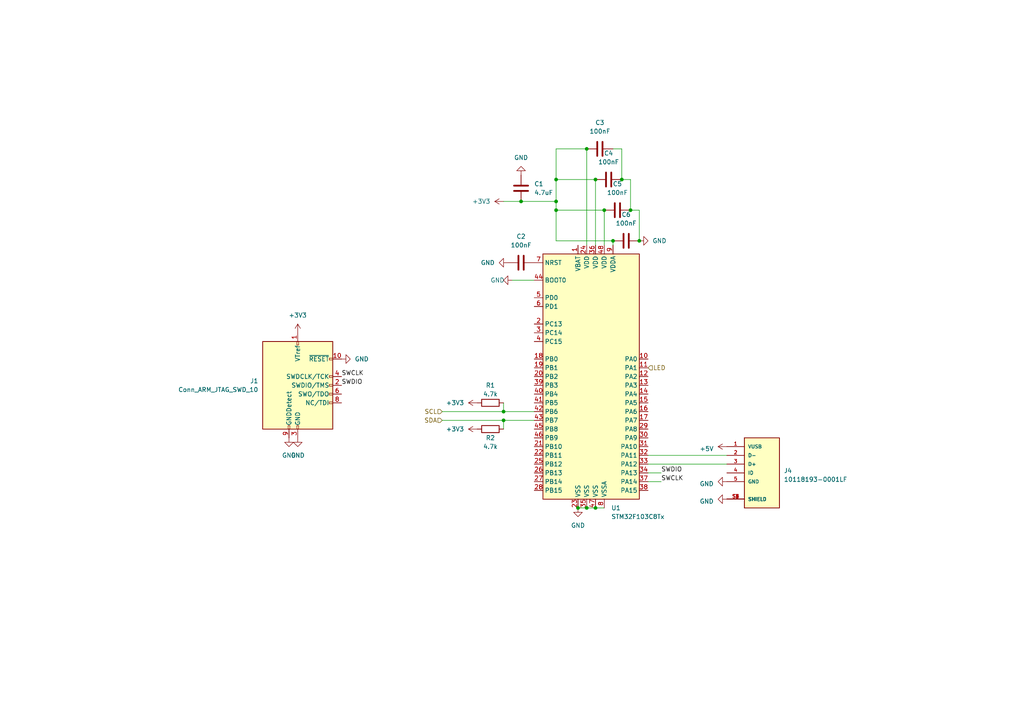
<source format=kicad_sch>
(kicad_sch (version 20230121) (generator eeschema)
  (paper "A4")
  (lib_symbols
    (symbol "10118193-0001LF:10118193-0001LF" (pin_names (offset 1.016))
      (property "Reference" "J" (at -5.0817 10.9286 0))
      (property "Value" "10118193-0001LF" (at -5.0819 -12.7097 0))
      (symbol "10118193-0001LF_0_0"
        (rectangle (start -5.08 -10.16) (end 5.08 10.16) (stroke (width 0.254)) (fill (type background)))
        (pin passive line (at -10.16 7.62 0) (length 5.08) (name "VUSB") (number "1"))
        (pin passive line (at -10.16 5.08 0) (length 5.08) (name "D-") (number "2"))
        (pin passive line (at -10.16 2.54 0) (length 5.08) (name "D+") (number "3"))
        (pin passive line (at -10.16 0 0) (length 5.08) (name "ID") (number "4"))
        (pin passive line (at -10.16 -2.54 0) (length 5.08) (name "GND") (number "5"))
        (pin passive line (at -10.16 -7.62 0) (length 5.08) (name "SHIELD") (number "S1"))
        (pin passive line (at -10.16 -7.62 0) (length 5.08) (name "SHIELD") (number "S2"))
        (pin passive line (at -10.16 -7.62 0) (length 5.08) (name "SHIELD") (number "S3"))
        (pin passive line (at -10.16 -7.62 0) (length 5.08) (name "SHIELD") (number "S4"))
        (pin passive line (at -10.16 -7.62 0) (length 5.08) (name "SHIELD") (number "S5"))
        (pin passive line (at -10.16 -7.62 0) (length 5.08) (name "SHIELD") (number "S6"))
      )
    )
    (symbol "Connector:Conn_ARM_JTAG_SWD_10" (pin_names (offset 1.016))
      (property "Reference" "J" (at -2.54 16.51 0))
      (property "Value" "Conn_ARM_JTAG_SWD_10" (at -2.54 13.97 0))
      (symbol "Conn_ARM_JTAG_SWD_10_0_1"
        (rectangle (start -10.16 12.7) (end 10.16 -12.7) (stroke (width 0.254)) (fill (type background)))
        (rectangle (start -2.794 -12.7) (end -2.286 -11.684))
        (rectangle (start -0.254 -12.7) (end 0.254 -11.684))
        (rectangle (start -0.254 12.7) (end 0.254 11.684))
        (rectangle (start 9.144 2.286) (end 10.16 2.794))
        (rectangle (start 10.16 -2.794) (end 9.144 -2.286))
        (rectangle (start 10.16 -0.254) (end 9.144 0.254))
        (rectangle (start 10.16 7.874) (end 9.144 7.366))
      )
      (symbol "Conn_ARM_JTAG_SWD_10_1_1"
        (rectangle (start 9.144 -5.334) (end 10.16 -4.826))
        (pin power_in line (at 0 15.24 270) (length 2.54) (name "VTref") (number "1"))
        (pin open_collector line (at 12.7 7.62 180) (length 2.54) (name "~{RESET}") (number "10"))
        (pin bidirectional line (at 12.7 0 180) (length 2.54) (name "SWDIO/TMS") (number "2"))
        (pin power_in line (at 0 -15.24 90) (length 2.54) (name "GND") (number "3"))
        (pin output line (at 12.7 2.54 180) (length 2.54) (name "SWDCLK/TCK") (number "4"))
        (pin passive line (at 0 -15.24 90) (length 2.54) hide (name "GND") (number "5"))
        (pin input line (at 12.7 -2.54 180) (length 2.54) (name "SWO/TDO") (number "6"))
        (pin no_connect line (at -10.16 0 0) (length 2.54) hide (name "KEY") (number "7"))
        (pin output line (at 12.7 -5.08 180) (length 2.54) (name "NC/TDI") (number "8"))
        (pin passive line (at -2.54 -15.24 90) (length 2.54) (name "GNDDetect") (number "9"))
      )
    )
    (symbol "Device:C" (pin_numbers hide) (pin_names (offset 0.254))
      (property "Reference" "C" (at 0.635 2.54 0))
      (property "Value" "C" (at 0.635 -2.54 0))
      (symbol "C_0_1"
        (polyline (pts (xy -2.032 -0.762) (xy 2.032 -0.762)) (stroke (width 0.508)))
        (polyline (pts (xy -2.032 0.762) (xy 2.032 0.762)) (stroke (width 0.508)))
      )
      (symbol "C_1_1"
        (pin passive line (at 0 3.81 270) (length 2.794) (name "~") (number "1"))
        (pin passive line (at 0 -3.81 90) (length 2.794) (name "~") (number "2"))
      )
    )
    (symbol "Device:R" (pin_numbers hide) (pin_names (offset 0))
      (property "Reference" "R" (at 2.032 0 90))
      (property "Value" "R" (at 0 0 90))
      (symbol "R_0_1"
        (rectangle (start -1.016 -2.54) (end 1.016 2.54) (stroke (width 0.254)))
      )
      (symbol "R_1_1"
        (pin passive line (at 0 3.81 270) (length 1.27) (name "~") (number "1"))
        (pin passive line (at 0 -3.81 90) (length 1.27) (name "~") (number "2"))
      )
    )
    (symbol "GND_1" (power) (pin_names (offset 0))
      (property "Value" "GND_1" (at 0 -3.81 0))
      (symbol "GND_1_0_1"
        (polyline (pts (xy 0 0) (xy 0 -1.27) (xy 1.27 -1.27) (xy 0 -2.54) (xy -1.27 -1.27) (xy 0 -1.27)))
      )
      (symbol "GND_1_1_1"
        (pin power_in line (at 0 0 270) (length 0) hide (name "GND") (number "1"))
      )
    )
    (symbol "GND_2" (power) (pin_names (offset 0))
      (property "Value" "GND_2" (at 0 -3.81 0))
      (symbol "GND_2_0_1"
        (polyline (pts (xy 0 0) (xy 0 -1.27) (xy 1.27 -1.27) (xy 0 -2.54) (xy -1.27 -1.27) (xy 0 -1.27)))
      )
      (symbol "GND_2_1_1"
        (pin power_in line (at 0 0 270) (length 0) hide (name "GND") (number "1"))
      )
    )
    (symbol "MCU_ST_STM32F1:STM32F103C8Tx"
      (property "Reference" "U" (at -15.24 36.83 0))
      (property "Value" "STM32F103C8Tx" (at 7.62 36.83 0))
      (symbol "STM32F103C8Tx_0_1"
        (rectangle (start -15.24 -35.56) (end 12.7 35.56) (stroke (width 0.254)) (fill (type background)))
      )
      (symbol "STM32F103C8Tx_1_1"
        (pin power_in line (at -5.08 38.1 270) (length 2.54) (name "VBAT") (number "1"))
        (pin bidirectional line (at 15.24 5.08 180) (length 2.54) (name "PA0") (number "10"))
        (pin bidirectional line (at 15.24 2.54 180) (length 2.54) (name "PA1") (number "11"))
        (pin bidirectional line (at 15.24 0 180) (length 2.54) (name "PA2") (number "12"))
        (pin bidirectional line (at 15.24 -2.54 180) (length 2.54) (name "PA3") (number "13"))
        (pin bidirectional line (at 15.24 -5.08 180) (length 2.54) (name "PA4") (number "14"))
        (pin bidirectional line (at 15.24 -7.62 180) (length 2.54) (name "PA5") (number "15"))
        (pin bidirectional line (at 15.24 -10.16 180) (length 2.54) (name "PA6") (number "16"))
        (pin bidirectional line (at 15.24 -12.7 180) (length 2.54) (name "PA7") (number "17"))
        (pin bidirectional line (at -17.78 5.08 0) (length 2.54) (name "PB0") (number "18"))
        (pin bidirectional line (at -17.78 2.54 0) (length 2.54) (name "PB1") (number "19"))
        (pin bidirectional line (at -17.78 15.24 0) (length 2.54) (name "PC13") (number "2"))
        (pin bidirectional line (at -17.78 0 0) (length 2.54) (name "PB2") (number "20"))
        (pin bidirectional line (at -17.78 -20.32 0) (length 2.54) (name "PB10") (number "21"))
        (pin bidirectional line (at -17.78 -22.86 0) (length 2.54) (name "PB11") (number "22"))
        (pin power_in line (at -5.08 -38.1 90) (length 2.54) (name "VSS") (number "23"))
        (pin power_in line (at -2.54 38.1 270) (length 2.54) (name "VDD") (number "24"))
        (pin bidirectional line (at -17.78 -25.4 0) (length 2.54) (name "PB12") (number "25"))
        (pin bidirectional line (at -17.78 -27.94 0) (length 2.54) (name "PB13") (number "26"))
        (pin bidirectional line (at -17.78 -30.48 0) (length 2.54) (name "PB14") (number "27"))
        (pin bidirectional line (at -17.78 -33.02 0) (length 2.54) (name "PB15") (number "28"))
        (pin bidirectional line (at 15.24 -15.24 180) (length 2.54) (name "PA8") (number "29"))
        (pin bidirectional line (at -17.78 12.7 0) (length 2.54) (name "PC14") (number "3"))
        (pin bidirectional line (at 15.24 -17.78 180) (length 2.54) (name "PA9") (number "30"))
        (pin bidirectional line (at 15.24 -20.32 180) (length 2.54) (name "PA10") (number "31"))
        (pin bidirectional line (at 15.24 -22.86 180) (length 2.54) (name "PA11") (number "32"))
        (pin bidirectional line (at 15.24 -25.4 180) (length 2.54) (name "PA12") (number "33"))
        (pin bidirectional line (at 15.24 -27.94 180) (length 2.54) (name "PA13") (number "34"))
        (pin power_in line (at -2.54 -38.1 90) (length 2.54) (name "VSS") (number "35"))
        (pin power_in line (at 0 38.1 270) (length 2.54) (name "VDD") (number "36"))
        (pin bidirectional line (at 15.24 -30.48 180) (length 2.54) (name "PA14") (number "37"))
        (pin bidirectional line (at 15.24 -33.02 180) (length 2.54) (name "PA15") (number "38"))
        (pin bidirectional line (at -17.78 -2.54 0) (length 2.54) (name "PB3") (number "39"))
        (pin bidirectional line (at -17.78 10.16 0) (length 2.54) (name "PC15") (number "4"))
        (pin bidirectional line (at -17.78 -5.08 0) (length 2.54) (name "PB4") (number "40"))
        (pin bidirectional line (at -17.78 -7.62 0) (length 2.54) (name "PB5") (number "41"))
        (pin bidirectional line (at -17.78 -10.16 0) (length 2.54) (name "PB6") (number "42"))
        (pin bidirectional line (at -17.78 -12.7 0) (length 2.54) (name "PB7") (number "43"))
        (pin input line (at -17.78 27.94 0) (length 2.54) (name "BOOT0") (number "44"))
        (pin bidirectional line (at -17.78 -15.24 0) (length 2.54) (name "PB8") (number "45"))
        (pin bidirectional line (at -17.78 -17.78 0) (length 2.54) (name "PB9") (number "46"))
        (pin power_in line (at 0 -38.1 90) (length 2.54) (name "VSS") (number "47"))
        (pin power_in line (at 2.54 38.1 270) (length 2.54) (name "VDD") (number "48"))
        (pin input line (at -17.78 22.86 0) (length 2.54) (name "PD0") (number "5"))
        (pin input line (at -17.78 20.32 0) (length 2.54) (name "PD1") (number "6"))
        (pin input line (at -17.78 33.02 0) (length 2.54) (name "NRST") (number "7"))
        (pin power_in line (at 2.54 -38.1 90) (length 2.54) (name "VSSA") (number "8"))
        (pin power_in line (at 5.08 38.1 270) (length 2.54) (name "VDDA") (number "9"))
      )
    )
    (symbol "power:+3V3" (power) (pin_names (offset 0))
      (property "Value" "+3V3" (at 0 3.556 0))
      (symbol "+3V3_0_1"
        (polyline (pts (xy -0.762 1.27) (xy 0 2.54)))
        (polyline (pts (xy 0 0) (xy 0 2.54)))
        (polyline (pts (xy 0 2.54) (xy 0.762 1.27)))
      )
      (symbol "+3V3_1_1"
        (pin power_in line (at 0 0 90) (length 0) hide (name "+3V3") (number "1"))
      )
    )
    (symbol "power:+5V" (power) (pin_names (offset 0))
      (property "Value" "+5V" (at 0 3.556 0))
      (symbol "+5V_0_1"
        (polyline (pts (xy -0.762 1.27) (xy 0 2.54)))
        (polyline (pts (xy 0 0) (xy 0 2.54)))
        (polyline (pts (xy 0 2.54) (xy 0.762 1.27)))
      )
      (symbol "+5V_1_1"
        (pin power_in line (at 0 0 90) (length 0) hide (name "+5V") (number "1"))
      )
    )
    (symbol "power:GND" (power) (pin_names (offset 0))
      (property "Value" "GND" (at 0 -3.81 0))
      (symbol "GND_0_1"
        (polyline (pts (xy 0 0) (xy 0 -1.27) (xy 1.27 -1.27) (xy 0 -2.54) (xy -1.27 -1.27) (xy 0 -1.27)))
      )
      (symbol "GND_1_1"
        (pin power_in line (at 0 0 270) (length 0) hide (name "GND") (number "1"))
      )
    )
  )
  (junction (at 172.72 52.07))
  (junction (at 182.88 60.96))
  (junction (at 177.8 69.85))
  (junction (at 180.34 52.07))
  (junction (at 167.64 147.32))
  (junction (at 170.18 147.32))
  (junction (at 172.72 147.32))
  (junction (at 175.26 60.96))
  (junction (at 170.18 43.18))
  (junction (at 146.05 119.38))
  (junction (at 161.29 58.42))
  (junction (at 151.13 58.42))
  (junction (at 161.29 60.96))
  (junction (at 185.42 69.85))
  (junction (at 161.29 52.07))
  (junction (at 146.05 121.92))
  (wire (pts (xy 146.05 121.92) (xy 154.94 121.92)))
  (wire (pts (xy 161.29 43.18) (xy 170.18 43.18)))
  (wire (pts (xy 128.27 119.38) (xy 146.05 119.38)))
  (wire (pts (xy 182.88 60.96) (xy 182.88 52.07)))
  (wire (pts (xy 187.96 134.62) (xy 210.82 134.62)))
  (wire (pts (xy 151.13 58.42) (xy 161.29 58.42)))
  (wire (pts (xy 191.77 137.16) (xy 187.96 137.16)))
  (wire (pts (xy 146.05 119.38) (xy 154.94 119.38)))
  (wire (pts (xy 180.34 43.18) (xy 177.8 43.18)))
  (wire (pts (xy 185.42 69.85) (xy 185.42 60.96)))
  (wire (pts (xy 175.26 60.96) (xy 175.26 71.12)))
  (wire (pts (xy 187.96 132.08) (xy 210.82 132.08)))
  (wire (pts (xy 161.29 52.07) (xy 161.29 58.42)))
  (wire (pts (xy 161.29 52.07) (xy 172.72 52.07)))
  (wire (pts (xy 161.29 60.96) (xy 175.26 60.96)))
  (wire (pts (xy 182.88 52.07) (xy 180.34 52.07)))
  (wire (pts (xy 161.29 58.42) (xy 161.29 60.96)))
  (wire (pts (xy 146.05 121.92) (xy 146.05 124.46)))
  (wire (pts (xy 148.59 81.28) (xy 154.94 81.28)))
  (wire (pts (xy 172.72 147.32) (xy 175.26 147.32)))
  (wire (pts (xy 172.72 52.07) (xy 172.72 71.12)))
  (wire (pts (xy 146.05 116.84) (xy 146.05 119.38)))
  (wire (pts (xy 161.29 60.96) (xy 161.29 69.85)))
  (wire (pts (xy 180.34 52.07) (xy 180.34 43.18)))
  (wire (pts (xy 191.77 139.7) (xy 187.96 139.7)))
  (wire (pts (xy 128.27 121.92) (xy 146.05 121.92)))
  (wire (pts (xy 170.18 147.32) (xy 172.72 147.32)))
  (wire (pts (xy 161.29 69.85) (xy 177.8 69.85)))
  (wire (pts (xy 167.64 147.32) (xy 170.18 147.32)))
  (wire (pts (xy 185.42 60.96) (xy 182.88 60.96)))
  (wire (pts (xy 170.18 43.18) (xy 170.18 71.12)))
  (wire (pts (xy 177.8 69.85) (xy 177.8 71.12)))
  (wire (pts (xy 146.05 58.42) (xy 151.13 58.42)))
  (wire (pts (xy 161.29 43.18) (xy 161.29 52.07)))
  (label "SWDIO" (at 99.06 111.76 0))
  (label "SWDIO" (at 191.77 137.16 0))
  (label "SWCLK" (at 99.06 109.22 0))
  (label "SWCLK" (at 191.77 139.7 0))
  (hierarchical_label "SDA" (shape input) (at 128.27 121.92 180))
  (hierarchical_label "LED" (shape input) (at 187.96 106.68 0))
  (hierarchical_label "SCL" (shape input) (at 128.27 119.38 180))
  (symbol (lib_id "power:GND") (at 99.06 104.14 90) (unit 1)
    (property "Reference" "#PWR0103" (effects hide))
    (property "Value" "GND" (at 102.87 104.1399 90) (effects (justify right)))
  )
  (symbol (lib_id "power:GND") (at 167.64 147.32 0) (unit 1)
    (property "Reference" "#PWR0112" (effects hide))
    (property "Value" "GND" (at 167.64 152.4 0))
  )
  (symbol (lib_id "power:GND") (at 86.36 127 0) (unit 1)
    (property "Reference" "#PWR0104" (effects hide))
    (property "Value" "GND" (at 86.36 132.08 0))
  )
  (symbol (lib_id "Device:R") (at 142.24 124.46 270) (unit 1)
    (property "Reference" "R2" (at 142.24 127 90))
    (property "Value" "4.7k" (at 142.24 129.54 90))
    (property "Footprint" "Resistor_SMD:R_0402_1005Metric" (effects hide))
  )
  (symbol (lib_id "power:GND") (at 148.59 81.28 270) (unit 1)
    (property "Reference" "#PWR0109" (effects hide))
    (property "Value" "GND" (at 142.24 81.28 90) (effects (justify left)))
  )
  (symbol (lib_id "Device:C") (at 176.53 52.07 270) (unit 1)
    (property "Reference" "C4" (at 176.53 44.45 90))
    (property "Value" "100nF" (at 176.53 46.99 90))
    (property "Footprint" "Capacitor_SMD:C_0805_2012Metric" (effects hide))
  )
  (symbol (lib_id "MCU_ST_STM32F1:STM32F103C8Tx") (at 172.72 109.22 0) (unit 1)
    (property "Reference" "U1" (at 177.2794 147.32 0) (effects (justify left)))
    (property "Value" "STM32F103C8Tx" (at 177.2794 149.86 0) (effects (justify left)))
    (property "Footprint" "Package_QFP:LQFP-48_7x7mm_P0.5mm" (effects hide))
    (property "Datasheet" "http://www.st.com/st-web-ui/static/active/en/resource/technical/document/datasheet/CD00161566.pdf" (effects hide))
  )
  (symbol (lib_id "power:GND") (at 185.42 69.85 90) (unit 1)
    (property "Reference" "#PWR0110" (effects hide))
    (property "Value" "GND" (at 189.23 69.8499 90) (effects (justify right)))
  )
  (symbol (lib_id "Device:R") (at 142.24 116.84 270) (unit 1)
    (property "Reference" "R1" (at 142.24 111.76 90))
    (property "Value" "4.7k" (at 142.24 114.3 90))
    (property "Footprint" "Resistor_SMD:R_0402_1005Metric" (effects hide))
  )
  (symbol (lib_id "Connector:Conn_ARM_JTAG_SWD_10") (at 86.36 111.76 0) (unit 1)
    (property "Reference" "J1" (at 74.93 110.4899 0) (effects (justify right)))
    (property "Value" "Conn_ARM_JTAG_SWD_10" (at 74.93 113.0299 0) (effects (justify right)))
    (property "Footprint" "Connector_PinHeader_1.27mm:PinHeader_2x05_P1.27mm_Vertical_SMD" (effects hide))
    (property "Datasheet" "http://infocenter.arm.com/help/topic/com.arm.doc.ddi0314h/DDI0314H_coresight_components_trm.pdf" (effects hide))
  )
  (symbol (lib_id "power:GND") (at 83.82 127 0) (unit 1)
    (property "Reference" "#PWR0102" (effects hide))
    (property "Value" "GND" (at 83.82 132.08 0))
  )
  (symbol (lib_id "Device:C") (at 179.07 60.96 270) (unit 1)
    (property "Reference" "C5" (at 179.07 53.34 90))
    (property "Value" "100nF" (at 179.07 55.88 90))
    (property "Footprint" "Capacitor_SMD:C_0805_2012Metric" (effects hide))
  )
  (symbol (lib_id "power:+3V3") (at 138.43 124.46 90) (unit 1)
    (property "Reference" "#PWR0106" (effects hide))
    (property "Value" "+3V3" (at 134.62 124.4599 90) (effects (justify left)))
  )
  (symbol (lib_id "Device:C") (at 181.61 69.85 270) (unit 1)
    (property "Reference" "C6" (at 181.61 62.23 90))
    (property "Value" "100nF" (at 181.61 64.77 90))
    (property "Footprint" "Capacitor_SMD:C_0805_2012Metric" (effects hide))
  )
  (symbol (lib_name "GND_1") (lib_id "power:GND") (at 210.82 139.7 270) (unit 1)
    (property "Reference" "#PWR09" (effects hide))
    (property "Value" "GND" (at 207.01 140.335 90) (effects (justify right)))
  )
  (symbol (lib_id "power:+3V3") (at 138.43 116.84 90) (unit 1)
    (property "Reference" "#PWR0107" (effects hide))
    (property "Value" "+3V3" (at 134.62 116.8399 90) (effects (justify left)))
  )
  (symbol (lib_id "Device:C") (at 151.13 54.61 0) (unit 1)
    (property "Reference" "C1" (at 154.94 53.3399 0) (effects (justify left)))
    (property "Value" "4.7uF" (at 154.94 55.8799 0) (effects (justify left)))
    (property "Footprint" "Capacitor_SMD:C_0805_2012Metric" (effects hide))
  )
  (symbol (lib_id "10118193-0001LF:10118193-0001LF") (at 220.98 137.16 0) (unit 1)
    (property "Reference" "J4" (at 227.33 136.525 0) (effects (justify left)))
    (property "Value" "10118193-0001LF" (at 227.33 139.065 0) (effects (justify left)))
    (property "Footprint" "Micro USB Port:AMPHENOL_10118193-0001LF" (effects hide))
    (property "PARTREV" "E" (effects hide))
    (property "MANUFACTURER" "Amphenol FCI" (effects hide))
    (property "MAXIMUM_PACKAGE_HEIGHT" "2.55 mm" (effects hide))
    (property "STANDARD" "Manufacturer Recommendations" (effects hide))
  )
  (symbol (lib_id "power:+5V") (at 210.82 129.54 90) (unit 1)
    (property "Reference" "#PWR08" (effects hide))
    (property "Value" "+5V" (at 207.01 130.175 90) (effects (justify left)))
  )
  (symbol (lib_id "power:+3V3") (at 146.05 58.42 90) (unit 1)
    (property "Reference" "#PWR0108" (effects hide))
    (property "Value" "+3V3" (at 142.24 58.4199 90) (effects (justify left)))
  )
  (symbol (lib_name "GND_2") (lib_id "power:GND") (at 210.82 144.78 270) (unit 1)
    (property "Reference" "#PWR010" (effects hide))
    (property "Value" "GND" (at 207.01 145.415 90) (effects (justify right)))
  )
  (symbol (lib_id "power:+3V3") (at 86.36 96.52 0) (unit 1)
    (property "Reference" "#PWR0105" (effects hide))
    (property "Value" "+3V3" (at 86.36 91.44 0))
  )
  (symbol (lib_id "Device:C") (at 151.13 76.2 270) (unit 1)
    (property "Reference" "C2" (at 151.13 68.58 90))
    (property "Value" "100nF" (at 151.13 71.12 90))
    (property "Footprint" "Capacitor_SMD:C_0805_2012Metric" (effects hide))
  )
  (symbol (lib_id "Device:C") (at 173.99 43.18 270) (unit 1)
    (property "Reference" "C3" (at 173.99 35.56 90))
    (property "Value" "100nF" (at 173.99 38.1 90))
    (property "Footprint" "Capacitor_SMD:C_0805_2012Metric" (effects hide))
  )
  (symbol (lib_id "power:GND") (at 147.32 76.2 270) (unit 1)
    (property "Reference" "#PWR0113" (effects hide))
    (property "Value" "GND" (at 143.51 76.1999 90) (effects (justify right)))
  )
  (symbol (lib_id "power:GND") (at 151.13 50.8 0) (mirror x) (unit 1)
    (property "Reference" "#PWR0101" (effects hide))
    (property "Value" "GND" (at 151.13 45.72 0))
  )
)
</source>
